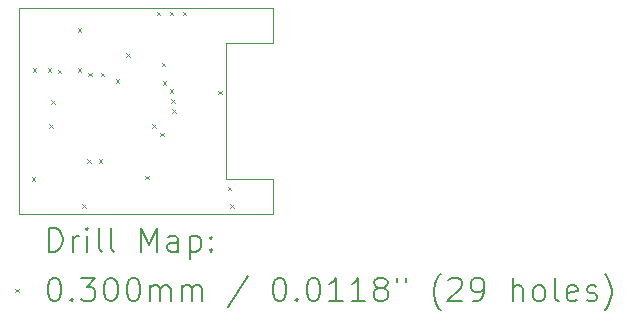
<source format=gbr>
%TF.GenerationSoftware,KiCad,Pcbnew,(6.0.9)*%
%TF.CreationDate,2023-01-31T14:39:00+01:00*%
%TF.ProjectId,keyring_beerclock,6b657972-696e-4675-9f62-656572636c6f,rev?*%
%TF.SameCoordinates,Original*%
%TF.FileFunction,Drillmap*%
%TF.FilePolarity,Positive*%
%FSLAX45Y45*%
G04 Gerber Fmt 4.5, Leading zero omitted, Abs format (unit mm)*
G04 Created by KiCad (PCBNEW (6.0.9)) date 2023-01-31 14:39:00*
%MOMM*%
%LPD*%
G01*
G04 APERTURE LIST*
%ADD10C,0.100000*%
%ADD11C,0.200000*%
%ADD12C,0.030000*%
G04 APERTURE END LIST*
D10*
X15700000Y-10550000D02*
X15700000Y-11700000D01*
X16100000Y-10250000D02*
X16100000Y-10550000D01*
X16100000Y-10250000D02*
X13950000Y-10250000D01*
X15700000Y-10550000D02*
X16100000Y-10550000D01*
X16100000Y-12000000D02*
X13950000Y-12000000D01*
X16100000Y-11700000D02*
X16100000Y-12000000D01*
X15700000Y-11700000D02*
X16100000Y-11700000D01*
X13950000Y-12000000D02*
X13950000Y-10250000D01*
D11*
D12*
X14055000Y-11685000D02*
X14085000Y-11715000D01*
X14085000Y-11685000D02*
X14055000Y-11715000D01*
X14065000Y-10765000D02*
X14095000Y-10795000D01*
X14095000Y-10765000D02*
X14065000Y-10795000D01*
X14190815Y-10763625D02*
X14220815Y-10793625D01*
X14220815Y-10763625D02*
X14190815Y-10793625D01*
X14203206Y-11236965D02*
X14233206Y-11266965D01*
X14233206Y-11236965D02*
X14203206Y-11266965D01*
X14220050Y-11033862D02*
X14250050Y-11063862D01*
X14250050Y-11033862D02*
X14220050Y-11063862D01*
X14275000Y-10775000D02*
X14305000Y-10805000D01*
X14305000Y-10775000D02*
X14275000Y-10805000D01*
X14444950Y-10764975D02*
X14474950Y-10794975D01*
X14474950Y-10764975D02*
X14444950Y-10794975D01*
X14445000Y-10425000D02*
X14475000Y-10455000D01*
X14475000Y-10425000D02*
X14445000Y-10455000D01*
X14485000Y-11915000D02*
X14515000Y-11945000D01*
X14515000Y-11915000D02*
X14485000Y-11945000D01*
X14525000Y-11535000D02*
X14555000Y-11565000D01*
X14555000Y-11535000D02*
X14525000Y-11565000D01*
X14535000Y-10799900D02*
X14565000Y-10829900D01*
X14565000Y-10799900D02*
X14535000Y-10829900D01*
X14624073Y-11534073D02*
X14654073Y-11564073D01*
X14654073Y-11534073D02*
X14624073Y-11564073D01*
X14641480Y-10799900D02*
X14671480Y-10829900D01*
X14671480Y-10799900D02*
X14641480Y-10829900D01*
X14765000Y-10855000D02*
X14795000Y-10885000D01*
X14795000Y-10855000D02*
X14765000Y-10885000D01*
X14854025Y-10635975D02*
X14884025Y-10665975D01*
X14884025Y-10635975D02*
X14854025Y-10665975D01*
X15015000Y-11675000D02*
X15045000Y-11705000D01*
X15045000Y-11675000D02*
X15015000Y-11705000D01*
X15075000Y-11235000D02*
X15105000Y-11265000D01*
X15105000Y-11235000D02*
X15075000Y-11265000D01*
X15115000Y-10285000D02*
X15145000Y-10315000D01*
X15145000Y-10285000D02*
X15115000Y-10315000D01*
X15145000Y-11310050D02*
X15175000Y-11340050D01*
X15175000Y-11310050D02*
X15145000Y-11340050D01*
X15155000Y-10715000D02*
X15185000Y-10745000D01*
X15185000Y-10715000D02*
X15155000Y-10745000D01*
X15165000Y-10875000D02*
X15195000Y-10905000D01*
X15195000Y-10875000D02*
X15165000Y-10905000D01*
X15224950Y-10940646D02*
X15254950Y-10970646D01*
X15254950Y-10940646D02*
X15224950Y-10970646D01*
X15225000Y-10285000D02*
X15255000Y-10315000D01*
X15255000Y-10285000D02*
X15225000Y-10315000D01*
X15235000Y-11025000D02*
X15265000Y-11055000D01*
X15265000Y-11025000D02*
X15235000Y-11055000D01*
X15245537Y-11109294D02*
X15275537Y-11139294D01*
X15275537Y-11109294D02*
X15245537Y-11139294D01*
X15335000Y-10285000D02*
X15365000Y-10315000D01*
X15365000Y-10285000D02*
X15335000Y-10315000D01*
X15635000Y-10955000D02*
X15665000Y-10985000D01*
X15665000Y-10955000D02*
X15635000Y-10985000D01*
X15713287Y-11764500D02*
X15743287Y-11794500D01*
X15743287Y-11764500D02*
X15713287Y-11794500D01*
X15735000Y-11915000D02*
X15765000Y-11945000D01*
X15765000Y-11915000D02*
X15735000Y-11945000D01*
D11*
X14202619Y-12315476D02*
X14202619Y-12115476D01*
X14250238Y-12115476D01*
X14278809Y-12125000D01*
X14297857Y-12144048D01*
X14307381Y-12163095D01*
X14316905Y-12201190D01*
X14316905Y-12229762D01*
X14307381Y-12267857D01*
X14297857Y-12286905D01*
X14278809Y-12305952D01*
X14250238Y-12315476D01*
X14202619Y-12315476D01*
X14402619Y-12315476D02*
X14402619Y-12182143D01*
X14402619Y-12220238D02*
X14412143Y-12201190D01*
X14421667Y-12191667D01*
X14440714Y-12182143D01*
X14459762Y-12182143D01*
X14526428Y-12315476D02*
X14526428Y-12182143D01*
X14526428Y-12115476D02*
X14516905Y-12125000D01*
X14526428Y-12134524D01*
X14535952Y-12125000D01*
X14526428Y-12115476D01*
X14526428Y-12134524D01*
X14650238Y-12315476D02*
X14631190Y-12305952D01*
X14621667Y-12286905D01*
X14621667Y-12115476D01*
X14755000Y-12315476D02*
X14735952Y-12305952D01*
X14726428Y-12286905D01*
X14726428Y-12115476D01*
X14983571Y-12315476D02*
X14983571Y-12115476D01*
X15050238Y-12258333D01*
X15116905Y-12115476D01*
X15116905Y-12315476D01*
X15297857Y-12315476D02*
X15297857Y-12210714D01*
X15288333Y-12191667D01*
X15269286Y-12182143D01*
X15231190Y-12182143D01*
X15212143Y-12191667D01*
X15297857Y-12305952D02*
X15278809Y-12315476D01*
X15231190Y-12315476D01*
X15212143Y-12305952D01*
X15202619Y-12286905D01*
X15202619Y-12267857D01*
X15212143Y-12248809D01*
X15231190Y-12239286D01*
X15278809Y-12239286D01*
X15297857Y-12229762D01*
X15393095Y-12182143D02*
X15393095Y-12382143D01*
X15393095Y-12191667D02*
X15412143Y-12182143D01*
X15450238Y-12182143D01*
X15469286Y-12191667D01*
X15478809Y-12201190D01*
X15488333Y-12220238D01*
X15488333Y-12277381D01*
X15478809Y-12296428D01*
X15469286Y-12305952D01*
X15450238Y-12315476D01*
X15412143Y-12315476D01*
X15393095Y-12305952D01*
X15574048Y-12296428D02*
X15583571Y-12305952D01*
X15574048Y-12315476D01*
X15564524Y-12305952D01*
X15574048Y-12296428D01*
X15574048Y-12315476D01*
X15574048Y-12191667D02*
X15583571Y-12201190D01*
X15574048Y-12210714D01*
X15564524Y-12201190D01*
X15574048Y-12191667D01*
X15574048Y-12210714D01*
D12*
X13915000Y-12630000D02*
X13945000Y-12660000D01*
X13945000Y-12630000D02*
X13915000Y-12660000D01*
D11*
X14240714Y-12535476D02*
X14259762Y-12535476D01*
X14278809Y-12545000D01*
X14288333Y-12554524D01*
X14297857Y-12573571D01*
X14307381Y-12611667D01*
X14307381Y-12659286D01*
X14297857Y-12697381D01*
X14288333Y-12716428D01*
X14278809Y-12725952D01*
X14259762Y-12735476D01*
X14240714Y-12735476D01*
X14221667Y-12725952D01*
X14212143Y-12716428D01*
X14202619Y-12697381D01*
X14193095Y-12659286D01*
X14193095Y-12611667D01*
X14202619Y-12573571D01*
X14212143Y-12554524D01*
X14221667Y-12545000D01*
X14240714Y-12535476D01*
X14393095Y-12716428D02*
X14402619Y-12725952D01*
X14393095Y-12735476D01*
X14383571Y-12725952D01*
X14393095Y-12716428D01*
X14393095Y-12735476D01*
X14469286Y-12535476D02*
X14593095Y-12535476D01*
X14526428Y-12611667D01*
X14555000Y-12611667D01*
X14574048Y-12621190D01*
X14583571Y-12630714D01*
X14593095Y-12649762D01*
X14593095Y-12697381D01*
X14583571Y-12716428D01*
X14574048Y-12725952D01*
X14555000Y-12735476D01*
X14497857Y-12735476D01*
X14478809Y-12725952D01*
X14469286Y-12716428D01*
X14716905Y-12535476D02*
X14735952Y-12535476D01*
X14755000Y-12545000D01*
X14764524Y-12554524D01*
X14774048Y-12573571D01*
X14783571Y-12611667D01*
X14783571Y-12659286D01*
X14774048Y-12697381D01*
X14764524Y-12716428D01*
X14755000Y-12725952D01*
X14735952Y-12735476D01*
X14716905Y-12735476D01*
X14697857Y-12725952D01*
X14688333Y-12716428D01*
X14678809Y-12697381D01*
X14669286Y-12659286D01*
X14669286Y-12611667D01*
X14678809Y-12573571D01*
X14688333Y-12554524D01*
X14697857Y-12545000D01*
X14716905Y-12535476D01*
X14907381Y-12535476D02*
X14926428Y-12535476D01*
X14945476Y-12545000D01*
X14955000Y-12554524D01*
X14964524Y-12573571D01*
X14974048Y-12611667D01*
X14974048Y-12659286D01*
X14964524Y-12697381D01*
X14955000Y-12716428D01*
X14945476Y-12725952D01*
X14926428Y-12735476D01*
X14907381Y-12735476D01*
X14888333Y-12725952D01*
X14878809Y-12716428D01*
X14869286Y-12697381D01*
X14859762Y-12659286D01*
X14859762Y-12611667D01*
X14869286Y-12573571D01*
X14878809Y-12554524D01*
X14888333Y-12545000D01*
X14907381Y-12535476D01*
X15059762Y-12735476D02*
X15059762Y-12602143D01*
X15059762Y-12621190D02*
X15069286Y-12611667D01*
X15088333Y-12602143D01*
X15116905Y-12602143D01*
X15135952Y-12611667D01*
X15145476Y-12630714D01*
X15145476Y-12735476D01*
X15145476Y-12630714D02*
X15155000Y-12611667D01*
X15174048Y-12602143D01*
X15202619Y-12602143D01*
X15221667Y-12611667D01*
X15231190Y-12630714D01*
X15231190Y-12735476D01*
X15326428Y-12735476D02*
X15326428Y-12602143D01*
X15326428Y-12621190D02*
X15335952Y-12611667D01*
X15355000Y-12602143D01*
X15383571Y-12602143D01*
X15402619Y-12611667D01*
X15412143Y-12630714D01*
X15412143Y-12735476D01*
X15412143Y-12630714D02*
X15421667Y-12611667D01*
X15440714Y-12602143D01*
X15469286Y-12602143D01*
X15488333Y-12611667D01*
X15497857Y-12630714D01*
X15497857Y-12735476D01*
X15888333Y-12525952D02*
X15716905Y-12783095D01*
X16145476Y-12535476D02*
X16164524Y-12535476D01*
X16183571Y-12545000D01*
X16193095Y-12554524D01*
X16202619Y-12573571D01*
X16212143Y-12611667D01*
X16212143Y-12659286D01*
X16202619Y-12697381D01*
X16193095Y-12716428D01*
X16183571Y-12725952D01*
X16164524Y-12735476D01*
X16145476Y-12735476D01*
X16126428Y-12725952D01*
X16116905Y-12716428D01*
X16107381Y-12697381D01*
X16097857Y-12659286D01*
X16097857Y-12611667D01*
X16107381Y-12573571D01*
X16116905Y-12554524D01*
X16126428Y-12545000D01*
X16145476Y-12535476D01*
X16297857Y-12716428D02*
X16307381Y-12725952D01*
X16297857Y-12735476D01*
X16288333Y-12725952D01*
X16297857Y-12716428D01*
X16297857Y-12735476D01*
X16431190Y-12535476D02*
X16450238Y-12535476D01*
X16469286Y-12545000D01*
X16478809Y-12554524D01*
X16488333Y-12573571D01*
X16497857Y-12611667D01*
X16497857Y-12659286D01*
X16488333Y-12697381D01*
X16478809Y-12716428D01*
X16469286Y-12725952D01*
X16450238Y-12735476D01*
X16431190Y-12735476D01*
X16412143Y-12725952D01*
X16402619Y-12716428D01*
X16393095Y-12697381D01*
X16383571Y-12659286D01*
X16383571Y-12611667D01*
X16393095Y-12573571D01*
X16402619Y-12554524D01*
X16412143Y-12545000D01*
X16431190Y-12535476D01*
X16688333Y-12735476D02*
X16574048Y-12735476D01*
X16631190Y-12735476D02*
X16631190Y-12535476D01*
X16612143Y-12564048D01*
X16593095Y-12583095D01*
X16574048Y-12592619D01*
X16878810Y-12735476D02*
X16764524Y-12735476D01*
X16821667Y-12735476D02*
X16821667Y-12535476D01*
X16802619Y-12564048D01*
X16783571Y-12583095D01*
X16764524Y-12592619D01*
X16993095Y-12621190D02*
X16974048Y-12611667D01*
X16964524Y-12602143D01*
X16955000Y-12583095D01*
X16955000Y-12573571D01*
X16964524Y-12554524D01*
X16974048Y-12545000D01*
X16993095Y-12535476D01*
X17031190Y-12535476D01*
X17050238Y-12545000D01*
X17059762Y-12554524D01*
X17069286Y-12573571D01*
X17069286Y-12583095D01*
X17059762Y-12602143D01*
X17050238Y-12611667D01*
X17031190Y-12621190D01*
X16993095Y-12621190D01*
X16974048Y-12630714D01*
X16964524Y-12640238D01*
X16955000Y-12659286D01*
X16955000Y-12697381D01*
X16964524Y-12716428D01*
X16974048Y-12725952D01*
X16993095Y-12735476D01*
X17031190Y-12735476D01*
X17050238Y-12725952D01*
X17059762Y-12716428D01*
X17069286Y-12697381D01*
X17069286Y-12659286D01*
X17059762Y-12640238D01*
X17050238Y-12630714D01*
X17031190Y-12621190D01*
X17145476Y-12535476D02*
X17145476Y-12573571D01*
X17221667Y-12535476D02*
X17221667Y-12573571D01*
X17516905Y-12811667D02*
X17507381Y-12802143D01*
X17488333Y-12773571D01*
X17478810Y-12754524D01*
X17469286Y-12725952D01*
X17459762Y-12678333D01*
X17459762Y-12640238D01*
X17469286Y-12592619D01*
X17478810Y-12564048D01*
X17488333Y-12545000D01*
X17507381Y-12516428D01*
X17516905Y-12506905D01*
X17583571Y-12554524D02*
X17593095Y-12545000D01*
X17612143Y-12535476D01*
X17659762Y-12535476D01*
X17678810Y-12545000D01*
X17688333Y-12554524D01*
X17697857Y-12573571D01*
X17697857Y-12592619D01*
X17688333Y-12621190D01*
X17574048Y-12735476D01*
X17697857Y-12735476D01*
X17793095Y-12735476D02*
X17831190Y-12735476D01*
X17850238Y-12725952D01*
X17859762Y-12716428D01*
X17878810Y-12687857D01*
X17888333Y-12649762D01*
X17888333Y-12573571D01*
X17878810Y-12554524D01*
X17869286Y-12545000D01*
X17850238Y-12535476D01*
X17812143Y-12535476D01*
X17793095Y-12545000D01*
X17783571Y-12554524D01*
X17774048Y-12573571D01*
X17774048Y-12621190D01*
X17783571Y-12640238D01*
X17793095Y-12649762D01*
X17812143Y-12659286D01*
X17850238Y-12659286D01*
X17869286Y-12649762D01*
X17878810Y-12640238D01*
X17888333Y-12621190D01*
X18126429Y-12735476D02*
X18126429Y-12535476D01*
X18212143Y-12735476D02*
X18212143Y-12630714D01*
X18202619Y-12611667D01*
X18183571Y-12602143D01*
X18155000Y-12602143D01*
X18135952Y-12611667D01*
X18126429Y-12621190D01*
X18335952Y-12735476D02*
X18316905Y-12725952D01*
X18307381Y-12716428D01*
X18297857Y-12697381D01*
X18297857Y-12640238D01*
X18307381Y-12621190D01*
X18316905Y-12611667D01*
X18335952Y-12602143D01*
X18364524Y-12602143D01*
X18383571Y-12611667D01*
X18393095Y-12621190D01*
X18402619Y-12640238D01*
X18402619Y-12697381D01*
X18393095Y-12716428D01*
X18383571Y-12725952D01*
X18364524Y-12735476D01*
X18335952Y-12735476D01*
X18516905Y-12735476D02*
X18497857Y-12725952D01*
X18488333Y-12706905D01*
X18488333Y-12535476D01*
X18669286Y-12725952D02*
X18650238Y-12735476D01*
X18612143Y-12735476D01*
X18593095Y-12725952D01*
X18583571Y-12706905D01*
X18583571Y-12630714D01*
X18593095Y-12611667D01*
X18612143Y-12602143D01*
X18650238Y-12602143D01*
X18669286Y-12611667D01*
X18678810Y-12630714D01*
X18678810Y-12649762D01*
X18583571Y-12668809D01*
X18755000Y-12725952D02*
X18774048Y-12735476D01*
X18812143Y-12735476D01*
X18831190Y-12725952D01*
X18840714Y-12706905D01*
X18840714Y-12697381D01*
X18831190Y-12678333D01*
X18812143Y-12668809D01*
X18783571Y-12668809D01*
X18764524Y-12659286D01*
X18755000Y-12640238D01*
X18755000Y-12630714D01*
X18764524Y-12611667D01*
X18783571Y-12602143D01*
X18812143Y-12602143D01*
X18831190Y-12611667D01*
X18907381Y-12811667D02*
X18916905Y-12802143D01*
X18935952Y-12773571D01*
X18945476Y-12754524D01*
X18955000Y-12725952D01*
X18964524Y-12678333D01*
X18964524Y-12640238D01*
X18955000Y-12592619D01*
X18945476Y-12564048D01*
X18935952Y-12545000D01*
X18916905Y-12516428D01*
X18907381Y-12506905D01*
M02*

</source>
